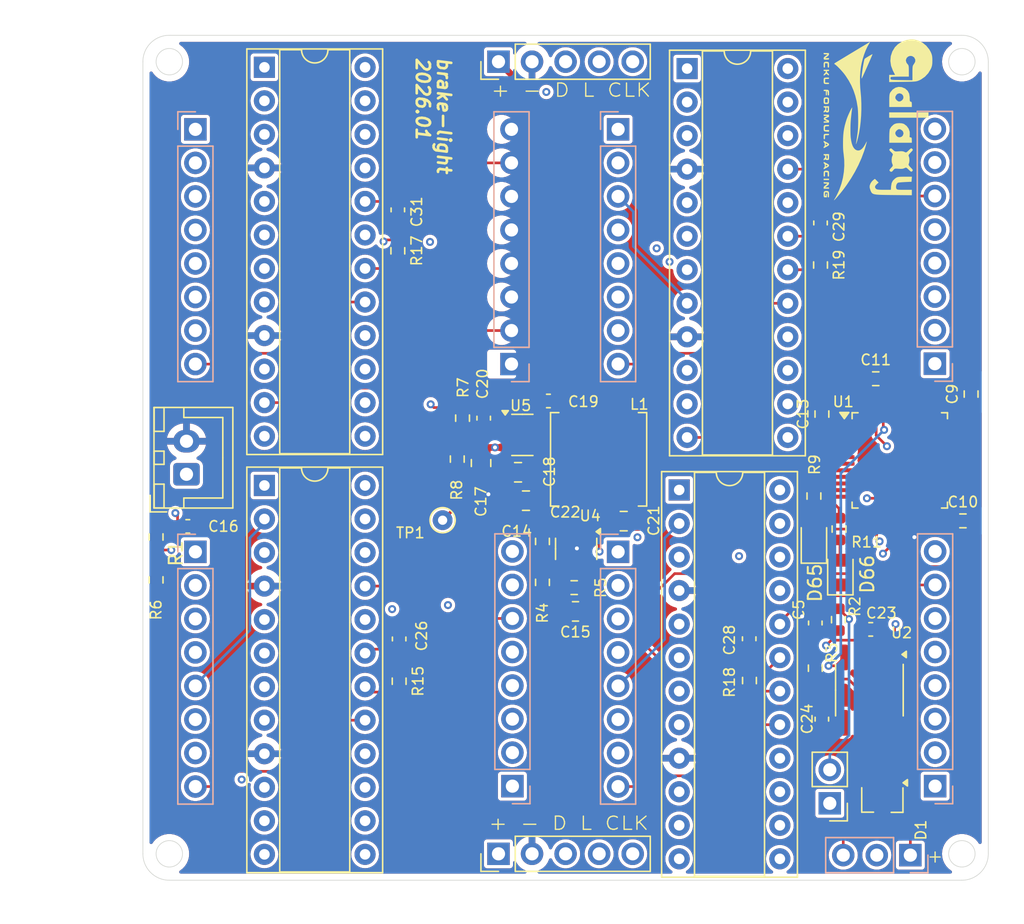
<source format=kicad_pcb>
(kicad_pcb (version 20240108) (generator "pcbnew") (generator_version "8.0")
  (layers (0 "F.Cu" signal) (1 "In1.Cu" signal) (2 "In2.Cu" signal) (31 "B.Cu" signal) (34 "B.Paste" user) (35 "F.Paste" user) (36 "B.SilkS" user "B.Silkscreen") (37 "F.SilkS" user "F.Silkscreen") (38 "B.Mask" user) (39 "F.Mask" user) (44 "Edge.Cuts" user))
  (net 0 "")
  (net 1 "GND")
  (net 4 "Net-(C5-Pad1)")
  (net 5 "+3V3")
  (net 6 "+5V")
  (net 7 "Net-(U1-PA6)")
  (net 8 "VDC")
  (net 9 "Net-(U5-SW)")
  (net 10 "Net-(U5-BST)")
  (net 11 "Net-(U5-FB)")
  (net 12 "Net-(D65-A)")
  (net 13 "Net-(D66-A)")
  (net 14 "CAN+")
  (net 16 "CAN-")
  (net 17 "DIN")
  (net 18 "LOAD")
  (net 19 "SPI_CLK")
  (net 20 "DOUT4")
  (net 21 "ROW2_4")
  (net 22 "COL2_1")
  (net 23 "ROW2_7")
  (net 24 "ROW2_5")
  (net 25 "ROW2_0")
  (net 26 "COL2_5")
  (net 27 "COL2_0")
  (net 28 "COL2_6")
  (net 29 "ROW3_4")
  (net 30 "COL3_1")
  (net 31 "ROW3_7")
  (net 32 "ROW3_5")
  (net 33 "ROW3_0")
  (net 34 "COL3_5")
  (net 35 "COL3_0")
  (net 36 "COL3_6")
  (net 37 "ROW4_4")
  (net 38 "COL4_1")
  (net 39 "ROW4_7")
  (net 40 "ROW4_5")
  (net 41 "ROW4_0")
  (net 42 "COL4_5")
  (net 43 "COL4_0")
  (net 44 "COL4_6")
  (net 45 "ROW1_4")
  (net 46 "COL1_1")
  (net 47 "ROW1_7")
  (net 48 "ROW1_5")
  (net 49 "ROW1_0")
  (net 50 "COL1_5")
  (net 51 "COL1_0")
  (net 52 "COL1_6")
  (net 53 "COL1_7")
  (net 54 "ROW1_1")
  (net 55 "ROW1_3")
  (net 56 "COL1_3")
  (net 57 "ROW1_2")
  (net 58 "COL1_4")
  (net 59 "COL1_2")
  (net 60 "ROW1_6")
  (net 61 "COL2_7")
  (net 62 "ROW2_1")
  (net 63 "ROW2_3")
  (net 64 "COL2_3")
  (net 65 "ROW2_2")
  (net 66 "COL2_4")
  (net 67 "COL2_2")
  (net 68 "ROW2_6")
  (net 69 "COL3_7")
  (net 70 "ROW3_1")
  (net 71 "ROW3_3")
  (net 72 "COL3_3")
  (net 73 "ROW3_2")
  (net 74 "COL3_4")
  (net 75 "COL3_2")
  (net 76 "ROW3_6")
  (net 77 "COL4_7")
  (net 78 "ROW4_1")
  (net 79 "ROW4_3")
  (net 80 "COL4_3")
  (net 81 "ROW4_2")
  (net 82 "COL4_4")
  (net 83 "COL4_2")
  (net 84 "ROW4_6")
  (net 85 "Net-(JP1-B)")
  (net 87 "Net-(U4-ADJ)")
  (net 88 "Net-(U1-PA0)")
  (net 89 "Net-(U1-PA1)")
  (net 90 "Net-(U6-ISET)")
  (net 91 "Net-(U8-ISET)")
  (net 92 "Net-(U7-ISET)")
  (net 93 "Net-(U9-ISET)")
  (net 118 "CAN_RX")
  (net 119 "CAN_TX")
  (net 121 "DOUT1")
  (net 122 "DOUT2")
  (net 123 "DOUT3")
  (net 126 "BSE_IN")
  (footprint "Resistor_SMD:R_0603_1608Metric" (layer "F.Cu") (at 35.645 32.06 -90)
    (property "Reference" "R17")
    (property "Value" "9.53k")
  )
  (footprint "Capacitor_SMD:C_0603_1608Metric" (layer "F.Cu") (at 42.145 44.735 -90)
    (property "Reference" "C20")
    (property "Value" "12p")
  )
  (footprint "Package_SO:SOIC-8_3.9x4.9mm_P1.27mm" (layer "F.Cu") (at 71.345 65.335 -90)
    (property "Reference" "U2")
    (property "Value" "SN65HVD256D")
  )
  (footprint "Package_DIP:DIP-24_W7.62mm_Socket" (layer "F.Cu") (at 25.545 18.16)
    (property "Reference" "U8" (hide yes))
    (property "Value" "MAX7219CNG")
  )
  (footprint "Connector_JST:JST_XH_B2B-XH-A_1x02_P2.50mm_Vertical" (layer "F.Cu") (at 19.645 48.985 90)
    (property "Reference" "J2" (hide yes))
    (property "Value" "BSPD_IN")
  )
  (footprint "Resistor_SMD:R_0603_1608Metric" (layer "F.Cu") (at 69 60 -90)
    (property "Reference" "R2")
    (property "Value" "60R")
  )
  (footprint "Resistor_SMD:R_0603_1608Metric" (layer "F.Cu") (at 67.25 63.675 -90)
    (property "Reference" "R3")
    (property "Value" "60R")
  )
  (footprint "Capacitor_SMD:C_0603_1608Metric" (layer "F.Cu") (at 19.745 52.935 180)
    (property "Reference" "C16")
    (property "Value" "100n")
  )
  (footprint "Resistor_SMD:R_0603_1608Metric" (layer "F.Cu") (at 78.425 52.515)
    (property "Reference" "C10")
    (property "Value" "100n")
  )
  (footprint "Package_DIP:DIP-24_W7.62mm_Socket" (layer "F.Cu") (at 25.545 49.835)
    (property "Reference" "U6" (hide yes))
    (property "Value" "MAX7219CNG")
  )
  (footprint "Capacitor_SMD:C_0805_2012Metric" (layer "F.Cu") (at 52.745 52.535)
    (property "Reference" "C21")
    (property "Value" "22u")
  )
  (footprint "Capacitor_SMD:C_0805_2012Metric" (layer "F.Cu") (at 45.345 50.985 180)
    (property "Reference" "C22")
    (property "Value" "22u")
  )
  (footprint "Resistor_SMD:R_0603_1608Metric" (layer "F.Cu") (at 35.745 64.66 -90)
    (property "Reference" "R15")
    (property "Value" "9.53k")
  )
  (footprint "Resistor_SMD:R_0603_1608Metric" (layer "F.Cu") (at 40.545 44.735 -90)
    (property "Reference" "R7")
    (property "Value" "220k")
  )
  (footprint "Capacitor_SMD:C_0603_1608Metric" (layer "F.Cu") (at 62.245 61.445 90)
    (property "Reference" "C28")
    (property "Value" "0.1u")
  )
  (footprint "TestPoint:TestPoint_THTPad_D1.5mm_Drill0.7mm" (layer "F.Cu") (at 39.035 52.465)
    (property "Reference" "TP1")
    (property "Value" "TestPoint")
  )
  (footprint "Package_TO_SOT_SMD:TSOT-23-6" (layer "F.Cu") (at 45.0725 46.005)
    (property "Reference" "U5")
    (property "Value" "AP63200WU")
  )
  (footprint "Resistor_SMD:R_0603_1608Metric" (layer "F.Cu") (at 17.345 53.735 90)
    (property "Reference" "R1")
    (property "Value" "10k")
  )
  (footprint "Capacitor_SMD:C_0603_1608Metric" (layer "F.Cu") (at 47.045 43.435 180)
    (property "Reference" "C19")
    (property "Value" "100n")
  )
  (footprint "Package_TO_SOT_SMD:TSOT-23" (layer "F.Cu") (at 72.345 73.635 -90)
    (property "Reference" "D1")
    (property "Value" "DESD2CAN2SOQ")
  )
  (footprint "Capacitor_SMD:C_0603_1608Metric" (layer "F.Cu") (at 67.25 60.25 90)
    (property "Reference" "C5")
    (property "Value" "1u")
  )
  (footprint "Resistor_SMD:R_0603_1608Metric" (layer "F.Cu") (at 46.595 54.0725 -90)
    (property "Reference" "C14")
    (property "Value" "1u")
  )
  (footprint "Resistor_SMD:R_0603_1608Metric" (layer "F.Cu") (at 69.045 53.135 -90)
    (property "Reference" "R11")
    (property "Value" "220")
  )
  (footprint "LOGO" (layer "F.Cu") (at 69.745 22.235 -90)
    (property "Reference" "G1" (hide yes))
    (property "Value" "LOGO" (hide yes))
  )
  (footprint "Capacitor_SMD:C_0603_1608Metric" (layer "F.Cu") (at 35.645 28.96 90)
    (property "Reference" "C31")
    (property "Value" "0.1u")
  )
  (footprint "Connector_PinHeader_2.54mm:PinHeader_1x05_P2.54mm_Vertical" (layer "F.Cu") (at 43.265 77.735 90)
    (property "Reference" "J3" (hide yes))
    (property "Value" "Conn_01x05")
  )
  (footprint "Capacitor_SMD:C_0805_2012Metric" (layer "F.Cu") (at 41.945 48.135 -90)
    (property "Reference" "C17")
    (property "Value" "10u")
  )
  (footprint "Package_TO_SOT_SMD:SOT-23-5" (layer "F.Cu") (at 49.145 54.635 -90)
    (property "Reference" "U4")
    (property "Value" "AP2204K-ADJ")
  )
  (footprint "Connector_PinHeader_2.54mm:PinHeader_1x05_P2.54mm_Vertical" (layer "F.Cu") (at 43.265 17.735 90)
    (property "Reference" "J4" (hide yes))
    (property "Value" "Conn_01x05")
  )
  (footprint "Resistor_SMD:R_0603_1608Metric" (layer "F.Cu") (at 67.645 33.135 -90)
    (property "Reference" "R19")
    (property "Value" "9.53k")
  )
  (footprint "LOGO" (layer "F.Cu") (at 73.745 21.935 -90)
    (property "Reference" "G2" (hide yes))
    (property "Value" "LOGO" (hide yes))
  )
  (footprint "Resistor_SMD:R_0603_1608Metric" (layer "F.Cu") (at 79.045 42.91 90)
    (property "Reference" "C9")
    (property "Value" "100n")
  )
  (footprint "Package_DIP:DIP-24_W7.62mm_Socket" (layer "F.Cu") (at 56.945 50.175)
    (property "Reference" "U7" (hide yes))
    (property "Value" "MAX7219CNG")
  )
  (footprint "Resistor_SMD:R_0603_1608Metric" (layer "F.Cu") (at 62.265 64.61 -90)
    (property "Reference" "R18")
    (property "Value" "9.53k")
  )
  (footprint "Resistor_SMD:R_0603_1608Metric" (layer "F.Cu") (at 17.345 56.985 90)
    (property "Reference" "R6")
    (property "Value" "10k")
  )
  (footprint "Capacitor_SMD:C_0603_1608Metric" (layer "F.Cu") (at 67.645 29.95 90)
    (property "Reference" "C29")
    (property "Value" "0.1u")
  )
  (footprint "LED_SMD:LED_0805_2012Metric" (layer "F.Cu") (at 69.145 56.435 90)
    (property "Reference" "D66")
    (property "Value" "LED")
  )
  (footprint "Resistor_SMD:R_0603_1608Metric" (layer "F.Cu") (at 67.145 50.635 -90)
    (property "Reference" "R9")
    (property "Value" "220")
  )
  (footprint "Resistor_SMD:R_0603_1608Metric" (layer "F.Cu") (at 40.145 47.835 -90)
    (property "Reference" "R8")
    (property "Value" "39k")
  )
  (footprint "Resistor_SMD:R_0603_1608Metric" (layer "F.Cu") (at 48.995 57.5725 180)
    (property "Reference" "R5")
    (property "Value" "165k")
  )
  (footprint "Capacitor_SMD:C_0603_1608Metric" (layer "F.Cu") (at 35.745 61.46 90)
    (property "Reference" "C26")
    (property "Value" "0.1u")
  )
  (footprint "Resistor_SMD:R_0603_1608Metric" (layer "F.Cu") (at 46.595 57.1725 -90)
    (property "Reference" "R4")
    (property "Value" "100k")
  )
  (footprint "Resistor_SMD:R_0805_2012Metric" (layer "F.Cu") (at 49.095 59.3725 180)
    (property "Reference" "C15")
    (property "Value" "10u")
  )
  (footprint "Inductor_SMD:L_Coilcraft_XAL6060-XXX" (layer "F.Cu") (at 50.845 47.855 -90)
    (property "Reference" "L1")
    (property "Value" "15uH")
  )
  (footprint "Package_DIP:DIP-24_W7.62mm_Socket" (layer "F.Cu") (at 57.545 18.255)
    (property "Reference" "U9" (hide yes))
    (property "Value" "MAX7219CNG")
  )
  (footprint "Package_QFP:LQFP-48_7x7mm_P0.5mm" (layer "F.Cu") (at 73.645 47.935)
    (property "Reference" "U1")
    (property "Value" "STM32F103C8Tx")
  )
  (footprint "LED_SMD:LED_0805_2012Metric" (layer "F.Cu") (at 67.145 54.035 90)
    (property "Reference" "D65")
    (property "Value" "LED")
  )
  (footprint "Capacitor_SMD:C_0805_2012Metric" (layer "F.Cu") (at 44.745 48.835)
    (property "Reference" "C18")
    (property "Value" "10u")
  )
  (footprint "Connector_PinHeader_2.54mm:PinHeader_1x02_P2.54mm_Vertical" (layer "F.Cu") (at 68.345 73.91 180)
    (property "Reference" "JP1" (hide yes))
    (property "Value" "Jumper_2_Open")
  )
  (footprint "Capacitor_SMD:C_0603_1608Metric" (layer "F.Cu") (at 71.445 60.735)
    (property "Reference" "C23")
    (property "Value" "100n")
  )
  (footprint "Resistor_SMD:R_0603_1608Metric" (layer "F.Cu") (at 67.75 44.425 90)
    (property "Reference" "C13")
    (property "Value" "100n")
  )
  (footprint "Resistor_SMD:R_0603_1608Metric" (layer "F.Cu") (at 71.825 41.75)
    (property "Reference" "C11")
    (property "Value" "100n")
  )
  (footprint "Capacitor_SMD:C_0603_1608Metric" (layer "F.Cu") (at 67.745 67.535 90)
    (property "Reference" "C24")
    (property "Value" "100n")
  )
  (footprint "Connector_PinSocket_2.54mm:PinSocket_1x08_P2.54mm_Vertical" (layer "B.Cu") (at 76.3 40.61)
    (property "Reference" "J17" (hide yes))
    (property "Value" "Conn_01x08")
  )
  (footprint "Connector_PinSocket_2.54mm:PinSocket_1x08_P2.54mm_Vertical" (layer "B.Cu") (at 52.32 54.86 180)
    (property "Reference" "J10" (hide yes))
    (property "Value" "Conn_01x08")
  )
  (footprint "Connector_PinSocket_2.54mm:PinSocket_1x08_P2.54mm_Vertical" (layer "B.Cu") (at 76.32 72.61)
    (property "Reference" "J16" (hide yes))
    (property "Value" "Conn_01x08")
  )
  (footprint "Connector_PinSocket_2.54mm:PinSocket_1x08_P2.54mm_Vertical" (layer "B.Cu") (at 20.32 54.86 180)
    (property "Reference" "J9" (hide yes))
    (property "Value" "Conn_01x08")
  )
  (footprint "Connector_PinSocket_2.54mm:PinSocket_1x08_P2.54mm_Vertical" (layer "B.Cu") (at 44.32 72.61)
    (property "Reference" "J15" (hide yes))
    (property "Value" "Conn_01x08")
  )
  (footprint "Connector_PinHeader_2.54mm:PinHeader_1x03_P2.54mm_Vertical" (layer "B.Cu") (at 74.445 77.835 90)
    (property "Reference" "J1" (hide yes))
    (property "Value" "Conn_01x03")
  )
  (footprint "Connector_PinSocket_2.54mm:PinSocket_1x08_P2.54mm_Vertical" (layer "B.Cu") (at 44.25 40.64)
    (property "Reference" "J14" (hide yes))
    (property "Value" "Conn_01x08")
  )
  (footprint "Connector_PinSocket_2.54mm:PinSocket_1x08_P2.54mm_Vertical" (layer "B.Cu") (at 52.32 22.86 180)
    (property "Reference" "J11" (hide yes))
    (property "Value" "Conn_01x08")
  )
  (footprint "Connector_PinSocket_2.54mm:PinSocket_1x08_P2.54mm_Vertical" (layer "B.Cu") (at 20.32 22.86 180)
    (property "Reference" "J13" (hide yes))
    (property "Value" "Conn_01x08")
  )
  (gr_line (start 16.345 17.735) (end 16.345 77.735) (stroke (width 0.05)) (layer "Edge.Cuts"))
  (gr_circle (center 18.345 77.735) (end 18.345 76.735) (stroke (width 0.05)) (fill none) (layer "Edge.Cuts"))
  (gr_arc (start 18.345 79.735) (mid 16.930786 79.149214) (end 16.345 77.735) (stroke (width 0.05)) (layer "Edge.Cuts"))
  (gr_circle (center 78.345 77.735) (end 77.345 77.735) (stroke (width 0.05)) (fill none) (layer "Edge.Cuts"))
  (gr_circle (center 18.345 17.735) (end 19.345 17.735) (stroke (width 0.05)) (fill none) (layer "Edge.Cuts"))
  (gr_arc (start 16.345 17.735) (mid 16.930786 16.320786) (end 18.345 15.735) (stroke (width 0.05)) (layer "Edge.Cuts"))
  (gr_line (start 80.345 77.735) (end 80.345 17.735) (stroke (width 0.05)) (layer "Edge.Cuts"))
  (gr_line (start 78.345 15.735) (end 18.345 15.735) (stroke (width 0.05)) (layer "Edge.Cuts"))
  (gr_circle (center 78.345 17.735) (end 78.345 18.735) (stroke (width 0.05)) (fill none) (layer "Edge.Cuts"))
  (gr_arc (start 78.345 15.735) (mid 79.759214 16.320786) (end 80.345 17.735) (stroke (width 0.05)) (layer "Edge.Cuts"))
  (gr_line (start 18.345 79.735) (end 78.345 79.735) (stroke (width 0.05)) (layer "Edge.Cuts"))
  (gr_arc (start 80.345 77.735) (mid 79.759214 79.149214) (end 78.345 79.735) (stroke (width 0.05)) (layer "Edge.Cuts"))
  (gr_text "+ - D L CLK" (at 42.425 76.005 0) (layer "F.SilkS") (effects (font (size 1 1.2) (thickness 0.1)) (justify left bottom)))
  (gr_text "+" (at 75.635 78.485 0) (layer "F.SilkS") (effects (font (size 1 1) (thickness 0.1)) (justify left bottom)))
  (gr_text "brake-light\n2026.01" (at 36.945 17.335 270) (layer "F.SilkS") (effects (font (size 1 1) (thickness 0.2) (bold yes) (italic yes)) (justify left bottom)))
  (gr_text "+ - D L CLK" (at 42.605 20.475 0) (layer "F.SilkS") (effects (font (size 1 1.2) (thickness 0.1)) (justify left bottom)))
  (segment (start 45.665 48.835) (end 44.395 50.105) (width 0.25) (layer "F.Cu") (net 1))
  (segment (start 67.25 59.475) (end 66.525 59.475) (width 0.25) (layer "F.Cu") (net 1))
  (segment (start 41.945 49.945) (end 42.985 50.985) (width 0.25) (layer "F.Cu") (net 1))
  (segment (start 46.21 46.955) (end 45.695 47.47) (width 0.25) (layer "F.Cu") (net 1))
  (segment (start 49.145 54.545) (end 49.2 54.6) (width 0.25) (layer "F.Cu") (net 1))
  (segment (start 75.047764 53.75) (end 74.75 53.75) (width 0.25) (layer "F.Cu") (net 1))
  (segment (start 41.945 49.085) (end 41.945 49.945) (width 0.25) (layer "F.Cu") (net 1))
  (segment (start 66.525 59.475) (end 66.25 59.75) (width 0.25) (layer "F.Cu") (net 1))
  (segment (start 49.145 53.4975) (end 49.145 54.545) (width 0.25) (layer "F.Cu") (net 1))
  (segment (start 75.895 52.0975) (end 75.895 52.902764) (width 0.25) (layer "F.Cu") (net 1))
  (segment (start 42.985 50.985) (end 44.395 50.985) (width 0.25) (layer "F.Cu") (net 1))
  (segment (start 45.695 48.835) (end 45.665 48.835) (width 0.25) (layer "F.Cu") (net 1))
  (segment (start 75.895 52.902764) (end 75.047764 53.75) (width 0.25) (layer "F.Cu") (net 1))
  (segment (start 45.695 47.47) (end 45.695 48.835) (width 0.25) (layer "F.Cu") (net 1))
  (segment (start 44.395 50.105) (end 44.395 50.985) (width 0.25) (layer "F.Cu") (net 1))
  (via (at 66.25 59.75) (size 0.6) (drill 0.3) (layers "F.Cu" "B.Cu") (net 1))
  (via (at 49.2 54.6) (size 0.6) (drill 0.3) (layers "F.Cu" "B.Cu") (net 1))
  (via (at 74.75 53.75) (size 0.6) (drill 0.3) (layers "F.Cu" "B.Cu") (net 1))
  (via (at 42.5 50.5) (size 0.6) (drill 0.3) (layers "F.Cu" "B.Cu") (net 1))
  (segment (start 67.45 60.825) (end 67.25 61.025) (width 0.2) (layer "F.Cu") (net 4))
  (segment (start 67.25 62.85) (end 67.25 61.025) (width 0.2) (layer "F.Cu") (net 4))
  (segment (start 69 60.825) (end 67.45 60.825) (width 0.2) (layer "F.Cu") (net 4))
  (segment (start 78.8971 45.185) (end 78.8971 50.912) (width 0.2) (layer "F.Cu") (net 5))
  (segment (start 68.677236 49.185) (end 69.4825 49.185) (width 0.25) (layer "F.Cu") (net 5))
  (segment (start 52.7399 58.67) (end 53.5912 59.5213) (width 0.2) (layer "F.Cu") (net 5))
  (segment (start 77.02 55.98) (end 77.6 55.4) (width 0.2) (layer "F.Cu") (net 5))
  (segment (start 78.3612 51.4479) (end 77.6 51.4479) (width 0.2) (layer "F.Cu") (net 5))
  (segment (start 60.7832 66.5434) (end 65.9784 66.5434) (width 0.2) (layer "F.Cu") (net 5))
  (segment (start 74.895 49.185) (end 70.5551 49.185) (width 0.2) (layer "F.Cu") (net 5))
  (segment (start 53.5912 59.5213) (end 53.5912 61.147) (width 0.2) (layer "F.Cu") (net 5))
  (segment (start 70.895 41.855) (end 71 41.75) (width 0.2) (layer "F.Cu") (net 5))
  (segment (start 49.82 57.5725) (end 50.095 57.5725) (width 0.2) (layer "F.Cu") (net 5))
  (segment (start 50.095 57.5725) (end 50.095 58.67) (width 0.5) (layer "F.Cu") (net 5))
  (segment (start 50.095 59.285) (end 50.0075 59.3725) (width 0.5) (layer "F.Cu") (net 5))
  (segment (start 78.8971 44.0954) (end 79.045 43.9475) (width 0.2) (layer "F.Cu") (net 5))
  (segment (start 77.6 51.4479) (end 77.1579 51.4479) (width 0.2) (layer "F.Cu") (net 5))
  (segment (start 68.94 68.31) (end 67.745 68.31) (width 0.2) (layer "F.Cu") (net 5))
  (segment (start 70.895 43.7725) (end 70.895 41.855) (width 0.2) (layer "F.Cu") (net 5))
  (segment (start 56.5991 56.5134) (end 72.8787 56.5134) (width 0.2) (layer "F.Cu") (net 5))
  (segment (start 77.1825 52.515) (end 76.8125 52.515) (width 0.2) (layer "F.Cu") (net 5))
  (segment (start 67.75 45.25) (end 67.815 45.185) (width 0.2) (layer "F.Cu") (net 5))
  (segment (start 58.3745 64.1347) (end 60.7832 66.5434) (width 0.2) (layer "F.Cu") (net 5))
  (segment (start 79.045 43.9475) (end 79.045 43.735) (width 0.2) (layer "F.Cu") (net 5))
  (segment (start 67.75 45.25) (end 67.75 48.257764) (width 0.25) (layer "F.Cu") (net 5))
  (segment (start 53.5912 61.147) (end 56.5789 64.1347) (width 0.2) (layer "F.Cu") (net 5))
  (segment (start 70.5551 49.185) (end 69.4825 49.185) (width 0.2) (layer "F.Cu") (net 5))
  (segment (start 77.1579 51.4479) (end 74.895 49.185) (width 0.2) (layer "F.Cu") (net 5))
  (segment (start 70.895 43.7725) (end 69.9219 44.7456) (width 0.2) (layer "F.Cu") (net 5))
  (segment (start 50.095 58.67) (end 52.7399 58.67) (width 0.2) (layer "F.Cu") (net 5))
  (segment (start 77.6 51.4479) (end 77.6 52.0975) (width 0.2) (layer "F.Cu") (net 5))
  (segment (start 65.9784 66.5434) (end 67.745 68.31) (width 0.2) (layer "F.Cu") (net 5))
  (segment (start 56.5789 64.1347) (end 58.3745 64.1347) (width 0.2) (layer "F.Cu") (net 5))
  (segment (start 50.095 55.7725) (end 50.095 57.5725) (width 0.5) (layer "F.Cu") (net 5))
  (segment (start 77.6 55.4) (end 77.6 52.515) (width 0.2) (layer "F.Cu") (net 5))
  (segment (start 67.815 45.185) (end 69.4825 45.185) (width 0.2) (layer "F.Cu") (net 5))
  (segment (start 73.4121 55.98) (end 77.02 55.98) (width 0.2) (layer "F.Cu") (net 5))
  (segment (start 69.9219 44.7456) (end 69.4825 45.185) (width 0.2) (layer "F.Cu") (net 5))
  (segment (start 50.095 58.67) (end 50.095 59.285) (width 0.5) (layer "F.Cu") (net 5))
  (segment (start 76.8125 52.515) (end 76.395 52.0975) (width 0.2) (layer "F.Cu") (net 5))
  (segment (start 69.44 67.81) (end 68.94 68.31) (width 0.2) (layer "F.Cu") (net 5))
  (segment (start 67.75 48.257764) (end 68.677236 49.185) (width 0.25) (layer "F.Cu") (net 5))
  (segment (start 77.8075 45.185) (end 78.8971 45.185) (width 0.2) (layer "F.Cu") (net 5))
  (segment (start 77.6 52.0975) (end 77.6 52.515) (width 0.2) (layer "F.Cu") (net 5))
  (segment (start 78.8971 45.185) (end 78.8971 44.0954) (width 0.2) (layer "F.Cu") (net 5))
  (segment (start 78.8971 50.912) (end 78.3612 51.4479) (width 0.2) (layer "F.Cu") (net 5))
  (segment (start 53.5912 59.5213) (end 56.5991 56.5134) (width 0.2) (layer "F.Cu") (net 5))
  (segment (start 72.8787 56.5134) (end 73.4121 55.98) (width 0.2) (layer "F.Cu") (net 5))
  (segment (start 77.6 52.0975) (end 77.1825 52.515) (width 0.2) (layer "F.Cu") (net 5))
  (segment (start 62.245 62.22) (end 62.245 63.765) (width 0.25) (layer "F.Cu") (net 6))
  (segment (start 35.745 62.235) (end 35.745 63.835) (width 0.2) (layer "F.Cu") (net 6))
  (segment (start 34.687 31.235) (end 34.5671 31.3549) (width 0.2) (layer "F.Cu") (net 6))
  (segment (start 39.345 45.11) (end 40.545 43.91) (width 0.25) (layer "F.Cu") (net 6))
  (segment (start 41.256 50.994) (end 40.506 50.994) (width 0.25) (layer "F.Cu") (net 6))
  (segment (start 70.71 62.86) (end 70.71 61.5951) (width 0.2) (layer "F.Cu") (net 6))
  (segment (start 63.655 63.785) (end 64.565 62.875) (width 0.2) (layer "F.Cu") (net 6))
  (segment (start 45.245 52.035) (end 42.785 52.035) (width 0.25) (layer "F.Cu") (net 6))
  (segment (start 41.262 51) (end 41.256 50.994) (width 0.25) (layer "F.Cu") (net 6))
  (segment (start 42.145 43.96) (end 40.595 43.96) (width 0.25) (layer "F.Cu") (net 6))
  (segment (start 50.9168 54.2811) (end 50.9168 54.8403) (width 0.2) (layer "F.Cu") (net 6))
  (segment (start 46.295 50.985) (end 45.245 52.035) (width 0.25) (layer "F.Cu") (net 6))
  (segment (start 65.165 30.955) (end 67.415 30.955) (width 0.2) (layer "F.Cu") (net 6))
  (segment (start 35.745 62.235) (end 33.465 62.235) (width 0.2) (layer "F.Cu") (net 6))
  (segment (start 33.465 62.235) (end 33.165 62.535) (width 0.2) (layer "F.Cu") (net 6))
  (segment (start 38.3791 43.935) (end 38.1315 43.6874) (width 0.2) (layer "F.Cu") (net 6))
  (segment (start 67.415 30.955) (end 67.645 30.725) (width 0.2) (layer "F.Cu") (net 6))
  (segment (start 35.645 31.235) (end 34.687 31.235) (width 0.2) (layer "F.Cu") (net 6))
  (segment (start 62.245 63.765) (end 62.265 63.785) (width 0.25) (layer "F.Cu") (net 6))
  (segment (start 50.6996 54.0639) (end 50.9168 54.2811) (width 0.2) (layer "F.Cu") (net 6))
  (segment (start 40.506 50.994) (end 39.345 49.833) (width 0.25) (layer "F.Cu") (net 6))
  (segment (start 40.57 43.935) (end 40.545 43.91) (width 0.25) (layer "F.Cu") (net 6))
  (segment (start 42.785 52.035) (end 41.75 51) (width 0.25) (layer "F.Cu") (net 6))
  (segment (start 67.645 32.31) (end 67.645 30.725) (width 0.25) (layer "F.Cu") (net 6))
  (segment (start 70.67 61.5551) (end 70.67 60.735) (width 0.2) (layer "F.Cu") (net 6))
  (segment (start 40.57 43.935) (end 38.3791 43.935) (width 0.2) (layer "F.Cu") (net 6))
  (segment (start 39.345 49.833) (end 39.345 45.11) (width 0.25) (layer "F.Cu") (net 6))
  (segment (start 50.9168 54.3193) (end 50.095 53.4975) (width 0.25) (layer "F.Cu") (net 6))
  (segment (start 62.265 63.785) (end 63.655 63.785) (width 0.2) (layer "F.Cu") (net 6))
  (segment (start 68.4655 61.5551) (end 68.0613 61.9593) (width 0.2) (layer "F.Cu") (net 6))
  (segment (start 50.9168 54.8403) (end 50.9168 54.3193) (width 0.25) (layer "F.Cu") (net 6))
  (segment (start 70.71 61.5951) (end 70.67 61.5551) (width 0.2) (layer "F.Cu") (net 6))
  (segment (start 40.506 50.994) (end 39.035 52.465) (width 0.25) (layer "F.Cu") (net 6))
  (segment (start 70.67 61.5551) (end 68.4655 61.5551) (width 0.2) (layer "F.Cu") (net 6))
  (segment (start 41.75 51) (end 41.262 51) (width 0.25) (layer "F.Cu") (net 6))
  (segment (start 40.595 43.96) (end 40.57 43.935) (width 0.25) (layer "F.Cu") (net 6))
  (segment (start 35.645 31.235) (end 35.645 29.735) (width 0.25) (layer "F.Cu") (net 6))
  (via (at 68.0613 61.9593) (size 0.6) (drill 0.3) (layers "F.Cu" "B.Cu") (net 6))
  (via (at 35.2133 59.2004) (size 0.6) (drill 0.3) (layers "F.Cu" "B.Cu") (net 6))
  (via (at 50.9168 54.8403) (size 0.6) (drill 0.3) (layers "F.Cu" "B.Cu") (net 6))
  (via (at 38.0813 31.3871) (size 0.6) (drill 0.3) (layers "F.Cu" "B.Cu") (net 6))
  (via (at 34.5671 31.3549) (size 0.6) (drill 0.3) (layers "F.Cu" "B.Cu") (net 6))
  (via (at 61.4771 55.1842) (size 0.6) (drill 0.3) (layers "F.Cu" "B.Cu") (net 6))
  (via (at 39.4392 58.8933) (size 0.6) (drill 0.3) (layers "F.Cu" "B.Cu") (net 6))
  (via (at 38.1315 43.6874) (size 0.6) (drill 0.3) (layers "F.Cu" "B.Cu") (net 6))
  (via (at 56.2167 32.8925) (size 0.6) (drill 0.3) (layers "F.Cu" "B.Cu") (net 6))
  (via (at 55.239729 31.872341) (size 0.6) (drill 0.3) (layers "F.Cu" "B.Cu") (net 6))
  (segment (start 18.97 52.935) (end 18.97 52.0911) (width 0.2) (layer "F.Cu") (net 7))
  (segment (start 17.345 52.91) (end 18.945 52.91) (width 0.2) (layer "F.Cu") (net 7))
  (segment (start 18.945 52.91) (end 18.97 52.935) (width 0.2) (layer "F.Cu") (net 7))
  (segment (start 72.395 51.3226) (end 71.8773 50.8049) (width 0.2) (layer "F.Cu") (net 7))
  (segment (start 71.8773 50.8049) (end 71.1568 50.8049) (width 0.2) (layer "F.Cu") (net 7))
  (segment (start 18.97 52.0911) (end 18.8039 51.925) (width 0.2) (layer "F.Cu") (net 7))
  (segment (start 72.395 52.0975) (end 72.395 51.3226) (width 0.2) (layer "F.Cu") (net 7))
  (via (at 18.8039 51.925) (size 0.6) (drill 0.3) (layers "F.Cu" "B.Cu") (net 7))
  (via (at 71.1568 50.8049) (size 0.6) (drill 0.3) (layers "F.Cu" "B.Cu") (net 7))
  (segment (start 43.935 46.955) (end 42.175 46.955) (width 0.5) (layer "F.Cu") (net 8))
  (segment (start 44.885 46.005) (end 43.935 46.005) (width 0.5) (layer "F.Cu") (net 8))
  (segment (start 45.0975 43.171672) (end 45.0975 45.7925) (width 0.5) (layer "F.Cu") (net 8))
  (segment (start 43.935 46.955) (end 43.935 46.005) (width 0.5) (layer "F.Cu") (net 8))
  (segment (start 42.175 46.955) (end 41.945 47.185) (width 0.5) (layer "F.Cu") (net 8))
  (segment (start 45.0975 45.7925) (end 44.885 46.005) (width 0.5) (layer "F.Cu") (net 8))
  (segment (start 43.265 17.735) (end 46.25 20.72) (width 0.5) (layer "F.Cu") (net 8))
  (segment (start 43.935 48.695) (end 43.795 48.835) (width 0.5) (layer "F.Cu") (net 8))
  (segment (start 46.25 20.72) (end 46.25 42.019172) (width 0.5) (layer "F.Cu") (net 8))
  (segment (start 46.25 42.019172) (end 45.0975 43.171672) (width 0.5) (layer "F.Cu") (net 8))
  (segment (start 43.935 46.955) (end 43.935 48.695) (width 0.5) (layer "F.Cu") (net 8))
  (via (at 43 46.955) (size 0.6) (drill 0.3) (layers "F.Cu" "B.Cu") (net 8))
  (segment (start 46.21 45.055) (end 46.21 43.495) (width 0.5) (layer "F.Cu") (net 10))
  (segment (start 46.21 43.495) (end 46.27 43.435) (width 0.5) (layer "F.Cu") (net 10))
  (segment (start 42.095 45.56) (end 42.145 45.51) (width 0.25) (layer "F.Cu") (net 11))
  (segment (start 40.545 45.56) (end 40.545 46.61) (width 0.25) (layer "F.Cu") (net 11))
  (segment (start 42.145 45.51) (end 42.6 45.055) (width 0.25) (layer "F.Cu") (net 11))
  (segment (start 40.545 46.61) (end 40.145 47.01) (width 0.25) (layer "F.Cu") (net 11))
  (segment (start 42.6 45.055) (end 43.935 45.055) (width 0.25) (layer "F.Cu") (net 11))
  (segment (start 40.545 45.56) (end 42.095 45.56) (width 0.25) (layer "F.Cu") (net 11))
  (segment (start 67.145 53.0975) (end 67.145 51.46) (width 0.2) (layer "F.Cu") (net 12))
  (segment (start 69.145 55.4975) (end 69.145 54.06) (width 0.25) (layer "F.Cu") (net 13))
  (segment (start 69.145 54.06) (end 69.045 53.96) (width 0.25) (layer "F.Cu") (net 13))
  (segment (start 71.98 67.81) (end 71.98 66.73) (width 0.2) (layer "F.Cu") (net 14))
  (segment (start 71.98 67.81) (end 71.98 68.4436) (width 0.2) (layer "F.Cu") (net 14))
  (segment (start 72.97 75.085) (end 74.445 76.56) (width 0.2) (layer "F.Cu") (net 14))
  (segment (start 69.75 64.5) (end 67.25 64.5) (width 0.2) (layer "F.Cu") (net 14))
  (segment (start 72.13 68.5936) (end 72.13 74.035) (width 0.2) (layer "F.Cu") (net 14))
  (segment (start 74.445 76.56) (end 74.445 77.835) (width 0.2) (layer "F.Cu") (net 14))
  (segment (start 72.7036 74.035) (end 72.97 74.3014) (width 0.2) (layer "F.Cu") (net 14))
  (segment (start 72.7036 74.035) (end 73.295 73.4436) (width 0.25) (layer "F.Cu") (net 14))
  (segment (start 73.295 73.4436) (end 73.295 72.325) (width 0.25) (layer "F.Cu") (net 14))
  (segment (start 72.13 74.035) (end 72.7036 74.035) (width 0.2) (layer "F.Cu") (net 14))
  (segment (start 71.98 68.4436) (end 72.13 68.5936) (width 0.2) (layer "F.Cu") (net 14))
  (segment (start 71.98 66.73) (end 69.75 64.5) (width 0.2) (layer "F.Cu") (net 14))
  (segment (start 72.97 74.3014) (end 72.97 75.085) (width 0.2) (layer "F.Cu") (net 14))
  (segment (start 71.38 68.48) (end 71.38 68.8256) (width 0.2) (layer "F.Cu") (net 16))
  (segment (start 69.365 76.56) (end 69.365 77.835) (width 0.2) (layer "F.Cu") (net 16))
  (segment (start 71.68 74.245) (end 69.365 76.56) (width 0.2) (layer "F.Cu") (net 16))
  (segment (start 71.68 73.2825) (end 71.68 74.245) (width 0.2) (layer "F.Cu") (net 16))
  (segment (start 71.68 69.1256) (end 71.68 73.2825) (width 0.2) (layer "F.Cu") (net 16))
  (segment (start 70.71 67.81) (end 71.38 68.48) (width 0.2) (layer "F.Cu") (net 16))
  (segment (start 71.38 68.8256) (end 71.68 69.1256) (width 0.2) (layer "F.Cu") (net 16))
  (segment (start 72.3704 54.9981) (end 72.895 54.4735) (width 0.2) (layer "F.Cu") (net 17))
  (segment (start 72.895 54.4735) (end 72.895 52.0975) (width 0.2) (layer "F.Cu") (net 17))
  (via (at 46.8861 20.028) (size 0.6) (drill 0.3) (layers "F.Cu" "B.Cu") (net 17))
  (via (at 53.785177 53.76) (size 0.6) (drill 0.3) (layers "F.Cu" "B.Cu") (net 17))
  (via (at 72.3704 54.9981) (size 0.6) (drill 0.3) (layers "F.Cu" "B.Cu") (net 17))
  (segment (start 68.1476 51.2468) (end 68.1476 52.7002) (width 0.2) (layer "F.Cu") (net 18))
  (segment (start 57.545 46.195) (end 62.2217 46.195) (width 0.2) (layer "F.Cu") (net 18))
  (segment (start 71.1732 53.1375) (end 71.395 52.9157) (width 0.2) (layer "F.Cu") (net 18))
  (segment (start 68.5849 53.1375) (end 71.1732 53.1375) (width 0.2) (layer "F.Cu") (net 18))
  (segment (start 68.1476 52.7002) (end 68.5849 53.1375) (width 0.2) (layer "F.Cu") (net 18))
  (segment (start 71.395 52.9157) (end 71.395 52.0975) (width 0.2) (layer "F.Cu") (net 18))
  (segment (start 66.7215 50.6948) (end 67.5956 50.6948) (width 0.2) (layer "F.Cu") (net 18))
  (segment (start 62.2217 46.195) (end 66.7215 50.6948) (width 0.2) (layer "F.Cu") (net 18))
  (segment (start 67.5956 50.6948) (end 68.1476 51.2468) (width 0.2) (layer "F.Cu") (net 18))
  (segment (start 72.1164 54.0695) (end 71.895 53.8481) (width 0.2) (layer "F.Cu") (net 19))
  (segment (start 71.895 53.8481) (end 71.895 52.0975) (width 0.2) (layer "F.Cu") (net 19))
  (via (at 72.1164 54.0695) (size 0.6) (drill 0.3) (layers "F.Cu" "B.Cu") (net 19))
  (via (at 23.8236 72.108) (size 0.6) (drill 0.3) (layers "F.Cu" "B.Cu") (net 24))
  (segment (start 24.4433 60.8067) (end 20.32 64.93) (width 0.2) (layer "B.Cu") (net 25))
  (segment (start 20.32 64.93) (end 20.32 65.02) (width 0.2) (layer "B.Cu") (net 25))
  (segment (start 24.4433 53.8067) (end 24.4433 60.8067) (width 0.2) (layer "B.Cu") (net 25))
  (segment (start 25.545 52.705) (end 24.4433 53.8067) (width 0.2) (layer "B.Cu") (net 25))
  (segment (start 25.545 52.375) (end 25.545 52.705) (width 0.2) (layer "B.Cu") (net 25))
  (segment (start 20.32 72.64) (end 21.4717 72.64) (width 0.2) (layer "F.Cu") (net 28))
  (segment (start 21.4717 72.64) (end 22.6234 71.4883) (width 0.2) (layer "F.Cu") (net 28))
  (segment (start 33.165 67.615) (end 32.0633 67.615) (width 0.2) (layer "F.Cu") (net 28))
  (segment (start 22.6234 71.4883) (end 28.19 71.4883) (width 0.2) (layer "F.Cu") (net 28))
  (segment (start 28.19 71.4883) (end 32.0633 67.615) (width 0.2) (layer "F.Cu") (net 28))
  (segment (start 55.8433 53.8167) (end 55.8433 61.4967) (width 0.2) (layer "B.Cu") (net 33))
  (segment (start 56.945 52.715) (end 55.8433 53.8167) (width 0.2) (layer "B.Cu") (net 33))
  (segment (start 55.8433 61.4967) (end 52.32 65.02) (width 0.2) (layer "B.Cu") (net 33))
  (segment (start 53.4717 72.64) (end 54.2861 71.8256) (width 0.2) (layer "F.Cu") (net 36))
  (segment (start 64.565 67.955) (end 63.4633 67.955) (width 0.2) (layer "F.Cu") (net 36))
  (segment (start 52.32 72.64) (end 53.4717 72.64) (width 0.2) (layer "F.Cu") (net 36))
  (segment (start 54.2861 71.8256) (end 59.5927 71.8256) (width 0.2) (layer "F.Cu") (net 36))
  (segment (start 59.5927 71.8256) (end 63.4633 67.955) (width 0.2) (layer "F.Cu") (net 36))
  (segment (start 57.545 35.795) (end 57.545 36.035) (width 0.2) (layer "B.Cu") (net 39))
  (segment (start 53.4717 31.7217) (end 57.545 35.795) (width 0.2) (layer "B.Cu") (net 39))
  (segment (start 53.4717 29.0917) (end 53.4717 31.7217) (width 0.2) (layer "B.Cu") (net 39))
  (segment (start 52.32 27.94) (end 53.4717 29.0917) (width 0.2) (layer "B.Cu") (net 39))
  (segment (start 54.2861 39.8256) (end 53.4717 40.64) (width 0.2) (layer "F.Cu") (net 44))
  (segment (start 60.2727 39.8256) (end 54.2861 39.8256) (width 0.2) (layer "F.Cu") (net 44))
  (segment (start 65.165 36.035) (end 64.0633 36.035) (width 0.2) (layer "F.Cu") (net 44))
  (segment (start 52.32 40.64) (end 53.4717 40.64) (width 0.2) (layer "F.Cu") (net 44))
  (segment (start 64.0633 36.035) (end 60.2727 39.8256) (width 0.2) (layer "F.Cu") (net 44))
  (segment (start 33.165 35.94) (end 32.0633 35.94) (width 0.2) (layer "F.Cu") (net 52))
  (segment (start 28.1777 39.8256) (end 22.2861 39.8256) (width 0.2) (layer "F.Cu") (net 52))
  (segment (start 22.2861 39.8256) (end 21.4717 40.64) (width 0.2) (layer "F.Cu") (net 52))
  (segment (start 20.32 40.64) (end 21.4717 40.64) (width 0.2) (layer "F.Cu") (net 52))
  (segment (start 32.0633 35.94) (end 28.1777 39.8256) (width 0.2) (layer "F.Cu") (net 52))
  (segment (start 27.7484 42.4583) (end 26.6467 43.56) (width 0.2) (layer "F.Cu") (net 54))
  (segment (start 44.25 38.1) (end 42.0283 38.1) (width 0.2) (layer "F.Cu") (net 54))
  (segment (start 26.6467 43.56) (end 25.545 43.56) (width 0.2) (layer "F.Cu") (net 54))
  (segment (start 42.0283 38.1) (end 37.67 42.4583) (width 0.2) (layer "F.Cu") (net 54))
  (segment (start 37.67 42.4583) (end 27.7484 42.4583) (width 0.2) (layer "F.Cu") (net 54))
  (segment (start 33.165 28.32) (end 34.2667 28.32) (width 0.2) (layer "F.Cu") (net 59))
  (segment (start 34.2667 28.32) (end 37.1867 25.4) (width 0.2) (layer "F.Cu") (net 59))
  (segment (start 37.1867 25.4) (end 44.25 25.4) (width 0.2) (layer "F.Cu") (net 59))
  (segment (start 40.7133 57.455) (end 43.1683 59.91) (width 0.2) (layer "F.Cu") (net 66))
  (segment (start 44.32 59.91) (end 43.1683 59.91) (width 0.2) (layer "F.Cu") (net 66))
  (segment (start 33.165 57.455) (end 40.7133 57.455) (width 0.2) (layer "F.Cu") (net 66))
  (segment (start 64.565 60.185) (end 66.5656 58.1844) (width 0.2) (layer "F.Cu") (net 75))
  (segment (start 64.565 60.335) (end 64.565 60.185) (width 0.2) (layer "F.Cu") (net 75))
  (segment (start 66.5656 58.1844) (end 74.3539 58.1844) (width 0.2) (layer "F.Cu") (net 75))
  (segment (start 74.3539 58.1844) (end 75.1683 57.37) (width 0.2) (layer "F.Cu") (net 75))
  (segment (start 75.1683 57.37) (end 76.32 57.37) (width 0.2) (layer "F.Cu") (net 75))
  (segment (start 75.1683 27.91) (end 73.1333 25.875) (width 0.2) (layer "F.Cu") (net 82))
  (segment (start 73.1333 25.875) (end 65.165 25.875) (width 0.2) (layer "F.Cu") (net 82))
  (segment (start 76.3 27.91) (end 75.1683 27.91) (width 0.2) (layer "F.Cu") (net 82))
  (segment (start 69.0184 59.175) (end 69.8013 59.9579) (width 0.2) (layer "F.Cu") (net 85))
  (segment (start 69 59.175) (end 69.0184 59.175) (width 0.2) (layer "F.Cu") (net 85))
  (via (at 69.8013 59.9579) (size 0.6) (drill 0.3) (layers "F.Cu" "B.Cu") (net 85))
  (segment (start 68.345 70.2183) (end 69.8013 68.762) (width 0.2) (layer "B.Cu") (net 85))
  (segment (start 69.8013 68.762) (end 69.8013 59.9579) (width 0.2) (layer "B.Cu") (net 85))
  (segment (start 68.345 71.37) (end 68.345 70.2183) (width 0.2) (layer "B.Cu") (net 85))
  (segment (start 47.745 57.9975) (end 48.17 57.5725) (width 0.25) (layer "F.Cu") (net 87))
  (segment (start 48.17 57.5725) (end 48.17 55.7975) (width 0.25) (layer "F.Cu") (net 87))
  (segment (start 46.595 57.9975) (end 47.745 57.9975) (width 0.25) (layer "F.Cu") (net 87))
  (segment (start 48.17 55.7975) (end 48.195 55.7725) (width 0.25) (layer "F.Cu") (net 87))
  (segment (start 67.27 49.685) (end 67.145 49.81) (width 0.2) (layer "F.Cu") (net 88))
  (segment (start 69.4825 49.685) (end 67.27 49.685) (width 0.2) (layer "F.Cu") (net 88))
  (segment (start 68.25 50.783514) (end 69.045 51.578514) (width 0.2) (layer "F.Cu") (net 89))
  (segment (start 69.045 51.578514) (end 69.045 52.31) (width 0.2) (layer "F.Cu") (net 89))
  (segment (start 68.5127 50.185) (end 68.25 50.4477) (width 0.2) (layer "F.Cu") (net 89))
  (segment (start 68.25 50.4477) (end 68.25 50.783514) (width 0.2) (layer "F.Cu") (net 89))
  (segment (start 69.4825 50.185) (end 68.5127 50.185) (width 0.2) (layer "F.Cu") (net 89))
  (segment (start 33.575 65.485) (end 35.745 65.485) (width 0.2) (layer "F.Cu") (net 90))
  (segment (start 33.165 65.075) (end 33.575 65.485) (width 0.2) (layer "F.Cu") (net 90))
  (segment (start 35.13 33.4) (end 35.645 32.885) (width 0.2) (layer "F.Cu") (net 91))
  (segment (start 33.165 33.4) (end 35.13 33.4) (width 0.2) (layer "F.Cu") (net 91))
  (segment (start 62.265 65.435) (end 62.285 65.415) (width 0.2) (layer "F.Cu") (net 92))
  (segment (start 62.285 65.415) (end 64.565 65.415) (width 0.2) (layer "F.Cu") (net 92))
  (segment (start 67.18 33.495) (end 67.645 33.96) (width 0.2) (layer "F.Cu") (net 93))
  (segment (start 65.165 33.495) (end 67.18 33.495) (width 0.2) (layer "F.Cu") (net 93))
  (segment (start 68.2492 63.4953) (end 68.8047 63.4953) (width 0.2) (layer "F.Cu") (net 118))
  (segment (start 72.395 45.5592) (end 72.395 43.7725) (width 0.2) (layer "F.Cu") (net 118))
  (segment (start 72.4592 45.6234) (end 72.395 45.5592) (width 0.2) (layer "F.Cu") (net 118))
  (segment (start 68.8047 63.4953) (end 69.44 62.86) (width 0.2) (layer "F.Cu") (net 118))
  (via (at 68.2492 63.4953) (size 0.6) (drill 0.3) (layers "F.Cu" "B.Cu") (net 118))
  (via (at 72.4592 45.6234) (size 0.6) (drill 0.3) (layers "F.Cu" "B.Cu") (net 118))
  (segment (start 69.1797 62.5648) (end 68.2492 63.4953) (width 0.2) (layer "B.Cu") (net 118))
  (segment (start 72.4592 45.6234) (end 69.1797 48.9029) (width 0.2) (layer "B.Cu") (net 118))
  (segment (start 69.1797 48.9029) (end 69.1797 62.5648) (width 0.2) (layer "B.Cu") (net 118))
  (segment (start 71.8575 46.0469) (end 72.67 46.8594) (width 0.2) (layer "F.Cu") (net 119))
  (segment (start 71.8575 43.81) (end 71.8575 46.0469) (width 0.2) (layer "F.Cu") (net 119))
  (segment (start 71.895 43.7725) (end 71.8575 43.81) (width 0.2) (layer "F.Cu") (net 119))
  (segment (start 73.25 62.86) (end 73.25 60.406) (width 0.2) (layer "F.Cu") (net 119))
  (segment (start 73.25 60.406) (end 73.3234 60.3326) (width 0.2) (layer "F.Cu") (net 119))
  (via (at 73.3234 60.3326) (size 0.6) (drill 0.3) (layers "F.Cu" "B.Cu") (net 119))
  (via (at 72.67 46.8594) (size 0.6) (drill 0.3) (layers "F.Cu" "B.Cu") (net 119))
  (segment (start 17.509 54.724) (end 17.345 54.56) (width 0.2) (layer "F.Cu") (net 126))
  (segment (start 18.492 54.724) (end 17.509 54.724) (width 0.2) (layer "F.Cu") (net 126))
  (segment (start 17.345 54.56) (end 17.345 56.16) (width 0.2) (layer "F.Cu") (net 126))
  (via (at 18.492 54.724) (size 0.6) (drill 0.3) (layers "F.Cu" "B.Cu") (net 126))
  (zone (net 9) (net_name "Net-(U5-SW)") (layer "F.Cu") (priority 1) (connect_pads yes (clearance 0.25)) (min_thickness 0.25) (fill yes (thermal_gap 0.5) (thermal_bridge_width 0.5))
    (polygon (pts (xy 45.5 45.5) (xy 45.25 45.75) (xy 45.25 46.25) (xy 45.5 46.5) (xy 47 46.5) (xy 47.25 46.75) (xy 53.75 46.75) (xy 54 46.5) (xy 54 45) (xy 53.75 44.75) (xy 49 44.75) (xy 48.75 44.5) (xy 48.75 43) (xy 48.5 42.75) (xy 47.5 42.75) (xy 47.25 43) (xy 47.25 45.25) (xy 47 45.5)))
  )
  (zone (net 6) (net_name "+5V") (layer "F.Cu") (priority 2) (connect_pads yes (clearance 0.25)) (min_thickness 0.25) (fill yes (thermal_gap 0.5) (thermal_bridge_width 0.5))
    (polygon (pts (xy 48.25 49) (xy 48 49.25) (xy 48 50) (xy 47.75 50.25) (xy 46 50.25) (xy 45.75 50.5) (xy 45.75 53.5) (xy 46 53.75) (xy 47.25 53.75) (xy 47.5 54) (xy 47.5 54.25) (xy 47.75 54.5) (xy 48.5 54.5) (xy 48.75 54.25) (xy 48.75 53) (xy 49 52.75) (xy 49.25 52.75) (xy 49.5 53) (xy 49.5 54.25) (xy 49.75 54.5) (xy 50.5 54.5) (xy 50.75 54.25) (xy 50.75 53.75) (xy 51 53.5) (xy 52.25 53.5) (xy 52.5 53.25) (xy 52.5 51) (xy 52.75 50.75) (xy 53.5 50.75) (xy 53.75 50.5) (xy 53.75 49.25) (xy 53.5 49)))
  )
  (zone (net 1) (net_name "GND") (layers "F&B.Cu") (name "gnd") (connect_pads (clearance 0.25)) (min_thickness 0.25) (fill yes (thermal_gap 0.5) (thermal_bridge_width 0.5))
    (polygon (pts (xy 16.345 15.735) (xy 16.345 79.735) (xy 80.345 79.735) (xy 80.345 15.735)))
  )
)
</source>
